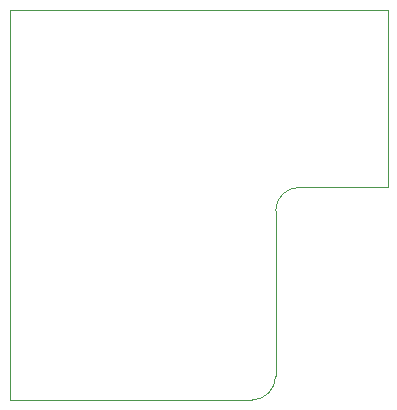
<source format=gm1>
G04 #@! TF.GenerationSoftware,KiCad,Pcbnew,(5.1.9)-1*
G04 #@! TF.CreationDate,2021-08-18T12:55:09-04:00*
G04 #@! TF.ProjectId,si-mips-usb-a-if,73692d6d-6970-4732-9d75-73622d612d69,rev?*
G04 #@! TF.SameCoordinates,Original*
G04 #@! TF.FileFunction,Profile,NP*
%FSLAX46Y46*%
G04 Gerber Fmt 4.6, Leading zero omitted, Abs format (unit mm)*
G04 Created by KiCad (PCBNEW (5.1.9)-1) date 2021-08-18 12:55:09*
%MOMM*%
%LPD*%
G01*
G04 APERTURE LIST*
G04 #@! TA.AperFunction,Profile*
%ADD10C,0.050000*%
G04 #@! TD*
G04 APERTURE END LIST*
D10*
X111000000Y-90500000D02*
G75*
G02*
X109000000Y-92500000I-2000000J0D01*
G01*
X111000000Y-76500000D02*
G75*
G02*
X113000000Y-74500000I2000000J0D01*
G01*
X111000000Y-76500000D02*
X111000000Y-90500000D01*
X120500000Y-74500000D02*
X113000000Y-74500000D01*
X88500000Y-59500000D02*
X88500000Y-92500000D01*
X109000000Y-92500000D02*
X88500000Y-92500000D01*
X120500000Y-59500000D02*
X120500000Y-74500000D01*
X88500000Y-59500000D02*
X120500000Y-59500000D01*
M02*

</source>
